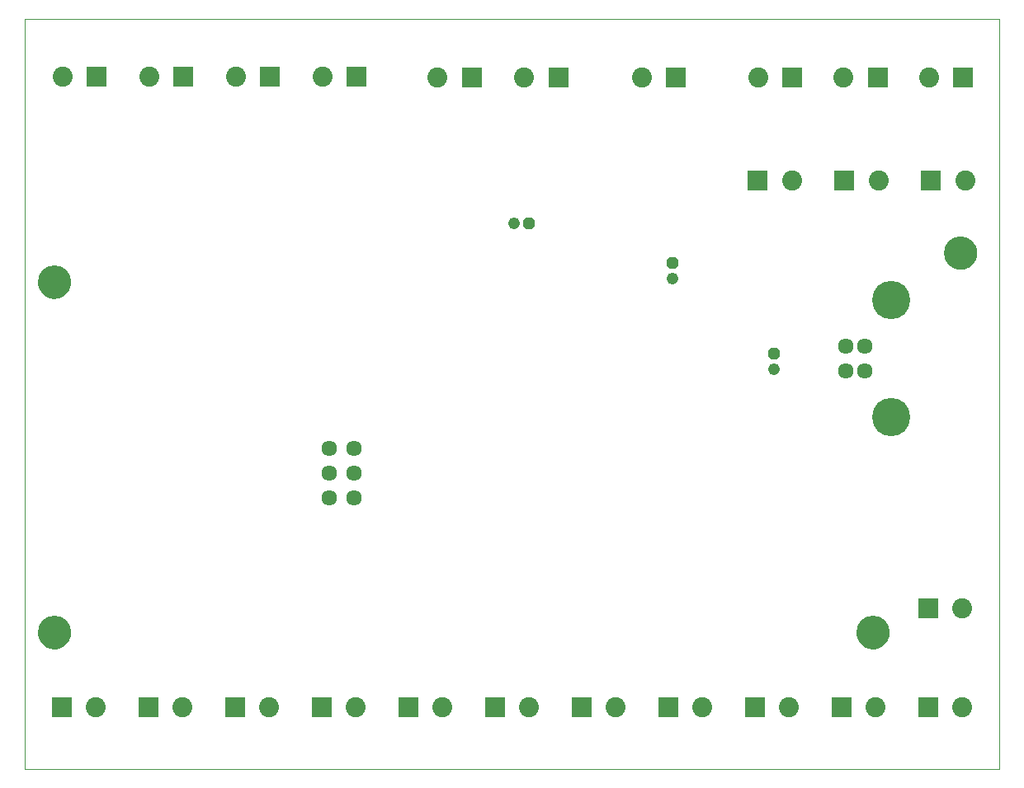
<source format=gbs>
G75*
G70*
%OFA0B0*%
%FSLAX24Y24*%
%IPPOS*%
%LPD*%
%AMOC8*
5,1,8,0,0,1.08239X$1,22.5*
%
%ADD10C,0.0039*%
%ADD11C,0.0000*%
%ADD12C,0.1339*%
%ADD13C,0.1542*%
%ADD14C,0.0634*%
%ADD15R,0.0808X0.0808*%
%ADD16C,0.0808*%
%ADD17OC8,0.0476*%
%ADD18C,0.0476*%
D10*
X006386Y005283D02*
X045756Y005283D01*
X045756Y035598D01*
X006386Y035598D01*
X006386Y005283D01*
D11*
X006917Y010795D02*
X006919Y010845D01*
X006925Y010895D01*
X006935Y010945D01*
X006948Y010993D01*
X006965Y011041D01*
X006986Y011087D01*
X007010Y011131D01*
X007038Y011173D01*
X007069Y011213D01*
X007103Y011250D01*
X007140Y011285D01*
X007179Y011316D01*
X007220Y011345D01*
X007264Y011370D01*
X007310Y011392D01*
X007357Y011410D01*
X007405Y011424D01*
X007454Y011435D01*
X007504Y011442D01*
X007554Y011445D01*
X007605Y011444D01*
X007655Y011439D01*
X007705Y011430D01*
X007753Y011418D01*
X007801Y011401D01*
X007847Y011381D01*
X007892Y011358D01*
X007935Y011331D01*
X007975Y011301D01*
X008013Y011268D01*
X008048Y011232D01*
X008081Y011193D01*
X008110Y011152D01*
X008136Y011109D01*
X008159Y011064D01*
X008178Y011017D01*
X008193Y010969D01*
X008205Y010920D01*
X008213Y010870D01*
X008217Y010820D01*
X008217Y010770D01*
X008213Y010720D01*
X008205Y010670D01*
X008193Y010621D01*
X008178Y010573D01*
X008159Y010526D01*
X008136Y010481D01*
X008110Y010438D01*
X008081Y010397D01*
X008048Y010358D01*
X008013Y010322D01*
X007975Y010289D01*
X007935Y010259D01*
X007892Y010232D01*
X007847Y010209D01*
X007801Y010189D01*
X007753Y010172D01*
X007705Y010160D01*
X007655Y010151D01*
X007605Y010146D01*
X007554Y010145D01*
X007504Y010148D01*
X007454Y010155D01*
X007405Y010166D01*
X007357Y010180D01*
X007310Y010198D01*
X007264Y010220D01*
X007220Y010245D01*
X007179Y010274D01*
X007140Y010305D01*
X007103Y010340D01*
X007069Y010377D01*
X007038Y010417D01*
X007010Y010459D01*
X006986Y010503D01*
X006965Y010549D01*
X006948Y010597D01*
X006935Y010645D01*
X006925Y010695D01*
X006919Y010745D01*
X006917Y010795D01*
X006917Y024968D02*
X006919Y025018D01*
X006925Y025068D01*
X006935Y025118D01*
X006948Y025166D01*
X006965Y025214D01*
X006986Y025260D01*
X007010Y025304D01*
X007038Y025346D01*
X007069Y025386D01*
X007103Y025423D01*
X007140Y025458D01*
X007179Y025489D01*
X007220Y025518D01*
X007264Y025543D01*
X007310Y025565D01*
X007357Y025583D01*
X007405Y025597D01*
X007454Y025608D01*
X007504Y025615D01*
X007554Y025618D01*
X007605Y025617D01*
X007655Y025612D01*
X007705Y025603D01*
X007753Y025591D01*
X007801Y025574D01*
X007847Y025554D01*
X007892Y025531D01*
X007935Y025504D01*
X007975Y025474D01*
X008013Y025441D01*
X008048Y025405D01*
X008081Y025366D01*
X008110Y025325D01*
X008136Y025282D01*
X008159Y025237D01*
X008178Y025190D01*
X008193Y025142D01*
X008205Y025093D01*
X008213Y025043D01*
X008217Y024993D01*
X008217Y024943D01*
X008213Y024893D01*
X008205Y024843D01*
X008193Y024794D01*
X008178Y024746D01*
X008159Y024699D01*
X008136Y024654D01*
X008110Y024611D01*
X008081Y024570D01*
X008048Y024531D01*
X008013Y024495D01*
X007975Y024462D01*
X007935Y024432D01*
X007892Y024405D01*
X007847Y024382D01*
X007801Y024362D01*
X007753Y024345D01*
X007705Y024333D01*
X007655Y024324D01*
X007605Y024319D01*
X007554Y024318D01*
X007504Y024321D01*
X007454Y024328D01*
X007405Y024339D01*
X007357Y024353D01*
X007310Y024371D01*
X007264Y024393D01*
X007220Y024418D01*
X007179Y024447D01*
X007140Y024478D01*
X007103Y024513D01*
X007069Y024550D01*
X007038Y024590D01*
X007010Y024632D01*
X006986Y024676D01*
X006965Y024722D01*
X006948Y024770D01*
X006935Y024818D01*
X006925Y024868D01*
X006919Y024918D01*
X006917Y024968D01*
X039988Y010795D02*
X039990Y010845D01*
X039996Y010895D01*
X040006Y010945D01*
X040019Y010993D01*
X040036Y011041D01*
X040057Y011087D01*
X040081Y011131D01*
X040109Y011173D01*
X040140Y011213D01*
X040174Y011250D01*
X040211Y011285D01*
X040250Y011316D01*
X040291Y011345D01*
X040335Y011370D01*
X040381Y011392D01*
X040428Y011410D01*
X040476Y011424D01*
X040525Y011435D01*
X040575Y011442D01*
X040625Y011445D01*
X040676Y011444D01*
X040726Y011439D01*
X040776Y011430D01*
X040824Y011418D01*
X040872Y011401D01*
X040918Y011381D01*
X040963Y011358D01*
X041006Y011331D01*
X041046Y011301D01*
X041084Y011268D01*
X041119Y011232D01*
X041152Y011193D01*
X041181Y011152D01*
X041207Y011109D01*
X041230Y011064D01*
X041249Y011017D01*
X041264Y010969D01*
X041276Y010920D01*
X041284Y010870D01*
X041288Y010820D01*
X041288Y010770D01*
X041284Y010720D01*
X041276Y010670D01*
X041264Y010621D01*
X041249Y010573D01*
X041230Y010526D01*
X041207Y010481D01*
X041181Y010438D01*
X041152Y010397D01*
X041119Y010358D01*
X041084Y010322D01*
X041046Y010289D01*
X041006Y010259D01*
X040963Y010232D01*
X040918Y010209D01*
X040872Y010189D01*
X040824Y010172D01*
X040776Y010160D01*
X040726Y010151D01*
X040676Y010146D01*
X040625Y010145D01*
X040575Y010148D01*
X040525Y010155D01*
X040476Y010166D01*
X040428Y010180D01*
X040381Y010198D01*
X040335Y010220D01*
X040291Y010245D01*
X040250Y010274D01*
X040211Y010305D01*
X040174Y010340D01*
X040140Y010377D01*
X040109Y010417D01*
X040081Y010459D01*
X040057Y010503D01*
X040036Y010549D01*
X040019Y010597D01*
X040006Y010645D01*
X039996Y010695D01*
X039990Y010745D01*
X039988Y010795D01*
X043531Y026149D02*
X043533Y026199D01*
X043539Y026249D01*
X043549Y026299D01*
X043562Y026347D01*
X043579Y026395D01*
X043600Y026441D01*
X043624Y026485D01*
X043652Y026527D01*
X043683Y026567D01*
X043717Y026604D01*
X043754Y026639D01*
X043793Y026670D01*
X043834Y026699D01*
X043878Y026724D01*
X043924Y026746D01*
X043971Y026764D01*
X044019Y026778D01*
X044068Y026789D01*
X044118Y026796D01*
X044168Y026799D01*
X044219Y026798D01*
X044269Y026793D01*
X044319Y026784D01*
X044367Y026772D01*
X044415Y026755D01*
X044461Y026735D01*
X044506Y026712D01*
X044549Y026685D01*
X044589Y026655D01*
X044627Y026622D01*
X044662Y026586D01*
X044695Y026547D01*
X044724Y026506D01*
X044750Y026463D01*
X044773Y026418D01*
X044792Y026371D01*
X044807Y026323D01*
X044819Y026274D01*
X044827Y026224D01*
X044831Y026174D01*
X044831Y026124D01*
X044827Y026074D01*
X044819Y026024D01*
X044807Y025975D01*
X044792Y025927D01*
X044773Y025880D01*
X044750Y025835D01*
X044724Y025792D01*
X044695Y025751D01*
X044662Y025712D01*
X044627Y025676D01*
X044589Y025643D01*
X044549Y025613D01*
X044506Y025586D01*
X044461Y025563D01*
X044415Y025543D01*
X044367Y025526D01*
X044319Y025514D01*
X044269Y025505D01*
X044219Y025500D01*
X044168Y025499D01*
X044118Y025502D01*
X044068Y025509D01*
X044019Y025520D01*
X043971Y025534D01*
X043924Y025552D01*
X043878Y025574D01*
X043834Y025599D01*
X043793Y025628D01*
X043754Y025659D01*
X043717Y025694D01*
X043683Y025731D01*
X043652Y025771D01*
X043624Y025813D01*
X043600Y025857D01*
X043579Y025903D01*
X043562Y025951D01*
X043549Y025999D01*
X043539Y026049D01*
X043533Y026099D01*
X043531Y026149D01*
D12*
X044181Y026149D03*
X040638Y010795D03*
X007567Y010795D03*
X007567Y024968D03*
D13*
X041386Y024237D03*
X041386Y019497D03*
D14*
X040319Y021375D03*
X039532Y021375D03*
X039532Y022359D03*
X040319Y022359D03*
X019697Y018240D03*
X018697Y018240D03*
X018697Y017240D03*
X019697Y017240D03*
X019697Y016240D03*
X018697Y016240D03*
D15*
X018386Y007783D03*
X014886Y007783D03*
X011386Y007783D03*
X007886Y007783D03*
X021886Y007783D03*
X025386Y007783D03*
X028886Y007783D03*
X032386Y007783D03*
X035886Y007783D03*
X039386Y007783D03*
X042886Y007783D03*
X042886Y011783D03*
X042993Y029085D03*
X039493Y029085D03*
X035993Y029085D03*
X037387Y033235D03*
X040837Y033235D03*
X044287Y033235D03*
X032686Y033235D03*
X027936Y033235D03*
X024436Y033235D03*
X019786Y033285D03*
X016286Y033285D03*
X012786Y033285D03*
X009286Y033285D03*
D16*
X007908Y033285D03*
X011408Y033285D03*
X014908Y033285D03*
X018408Y033285D03*
X023058Y033235D03*
X026558Y033235D03*
X031308Y033235D03*
X036009Y033235D03*
X039459Y033235D03*
X042909Y033235D03*
X044371Y029085D03*
X040871Y029085D03*
X037371Y029085D03*
X044264Y011783D03*
X044264Y007783D03*
X040764Y007783D03*
X037264Y007783D03*
X033764Y007783D03*
X030264Y007783D03*
X026764Y007783D03*
X023264Y007783D03*
X019764Y007783D03*
X016264Y007783D03*
X012764Y007783D03*
X009264Y007783D03*
D17*
X032539Y025723D03*
X036656Y022059D03*
X026750Y027334D03*
D18*
X026135Y027334D03*
X032539Y025109D03*
X036656Y021444D03*
M02*

</source>
